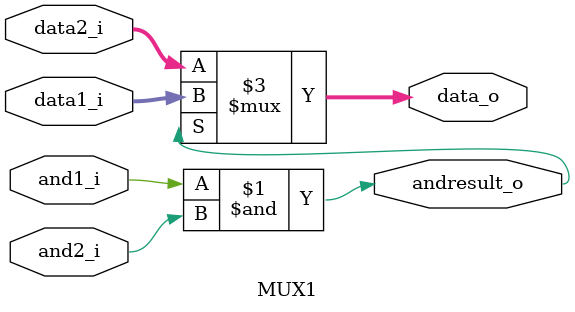
<source format=v>
module MUX1
(
	and1_i,
	and2_i,
	data1_i,
	data2_i,
	data_o,
	andresult_o
);

input			and1_i, and2_i;
input	[31:0]	data1_i,data2_i;
output	[31:0]	data_o;
output			andresult_o;

assign andresult_o = and1_i & and2_i;
assign data_o = (andresult_o == 1)? (data1_i):
				data2_i;

endmodule
</source>
